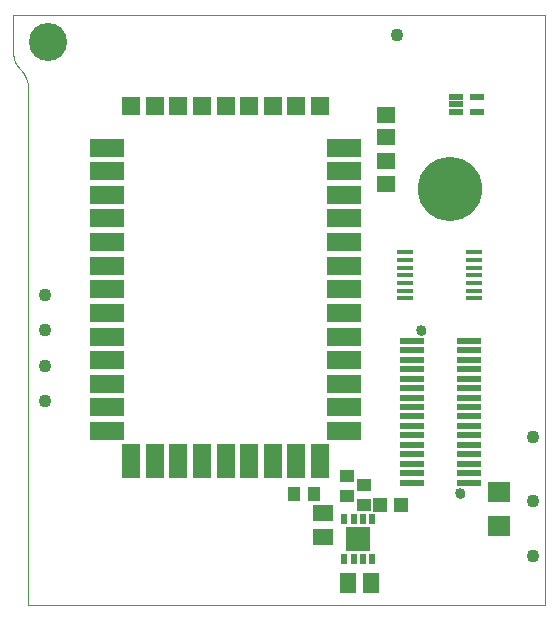
<source format=gts>
G75*
%MOIN*%
%OFA0B0*%
%FSLAX25Y25*%
%IPPOS*%
%LPD*%
%AMOC8*
5,1,8,0,0,1.08239X$1,22.5*
%
%ADD10C,0.00000*%
%ADD11R,0.05912X0.11424*%
%ADD12R,0.11424X0.05912*%
%ADD13R,0.05912X0.05912*%
%ADD14R,0.08274X0.02369*%
%ADD15C,0.03353*%
%ADD16R,0.07498X0.06699*%
%ADD17R,0.06306X0.05518*%
%ADD18C,0.21400*%
%ADD19C,0.12668*%
%ADD20R,0.02000X0.03400*%
%ADD21R,0.07900X0.07900*%
%ADD22R,0.05518X0.06699*%
%ADD23R,0.04534X0.04652*%
%ADD24R,0.06699X0.05518*%
%ADD25R,0.04731X0.04337*%
%ADD26R,0.05361X0.01817*%
%ADD27C,0.04337*%
%ADD28R,0.04337X0.04731*%
%ADD29R,0.05124X0.01975*%
D10*
X0006083Y0042283D02*
X0006083Y0214207D01*
X0006080Y0214441D01*
X0006072Y0214675D01*
X0006058Y0214909D01*
X0006038Y0215143D01*
X0006013Y0215376D01*
X0005983Y0215608D01*
X0005947Y0215839D01*
X0005905Y0216070D01*
X0005858Y0216299D01*
X0005806Y0216528D01*
X0005748Y0216755D01*
X0005684Y0216980D01*
X0005616Y0217204D01*
X0005542Y0217426D01*
X0005462Y0217647D01*
X0005378Y0217865D01*
X0005288Y0218082D01*
X0005194Y0218296D01*
X0005094Y0218508D01*
X0004989Y0218717D01*
X0004879Y0218924D01*
X0004764Y0219129D01*
X0004645Y0219330D01*
X0004520Y0219529D01*
X0004391Y0219724D01*
X0004258Y0219917D01*
X0004120Y0220106D01*
X0003977Y0220292D01*
X0003830Y0220474D01*
X0003679Y0220653D01*
X0003523Y0220828D01*
X0003364Y0220999D01*
X0003200Y0221167D01*
X0001083Y0226278D02*
X0001083Y0239134D01*
X0178248Y0239134D01*
X0178248Y0042283D01*
X0006083Y0042283D01*
X0135496Y0133957D02*
X0135498Y0134034D01*
X0135504Y0134110D01*
X0135514Y0134186D01*
X0135528Y0134261D01*
X0135545Y0134336D01*
X0135567Y0134409D01*
X0135592Y0134482D01*
X0135622Y0134553D01*
X0135654Y0134622D01*
X0135691Y0134689D01*
X0135730Y0134755D01*
X0135773Y0134818D01*
X0135820Y0134879D01*
X0135869Y0134938D01*
X0135922Y0134994D01*
X0135977Y0135047D01*
X0136035Y0135097D01*
X0136095Y0135144D01*
X0136158Y0135188D01*
X0136223Y0135229D01*
X0136290Y0135266D01*
X0136359Y0135300D01*
X0136429Y0135330D01*
X0136501Y0135356D01*
X0136575Y0135378D01*
X0136649Y0135397D01*
X0136724Y0135412D01*
X0136800Y0135423D01*
X0136876Y0135430D01*
X0136953Y0135433D01*
X0137029Y0135432D01*
X0137106Y0135427D01*
X0137182Y0135418D01*
X0137258Y0135405D01*
X0137332Y0135388D01*
X0137406Y0135368D01*
X0137479Y0135343D01*
X0137550Y0135315D01*
X0137620Y0135283D01*
X0137688Y0135248D01*
X0137754Y0135209D01*
X0137818Y0135167D01*
X0137879Y0135121D01*
X0137939Y0135072D01*
X0137995Y0135021D01*
X0138049Y0134966D01*
X0138100Y0134909D01*
X0138148Y0134849D01*
X0138193Y0134787D01*
X0138234Y0134722D01*
X0138272Y0134656D01*
X0138307Y0134588D01*
X0138337Y0134517D01*
X0138365Y0134446D01*
X0138388Y0134373D01*
X0138408Y0134299D01*
X0138424Y0134224D01*
X0138436Y0134148D01*
X0138444Y0134072D01*
X0138448Y0133995D01*
X0138448Y0133919D01*
X0138444Y0133842D01*
X0138436Y0133766D01*
X0138424Y0133690D01*
X0138408Y0133615D01*
X0138388Y0133541D01*
X0138365Y0133468D01*
X0138337Y0133397D01*
X0138307Y0133326D01*
X0138272Y0133258D01*
X0138234Y0133192D01*
X0138193Y0133127D01*
X0138148Y0133065D01*
X0138100Y0133005D01*
X0138049Y0132948D01*
X0137995Y0132893D01*
X0137939Y0132842D01*
X0137879Y0132793D01*
X0137818Y0132747D01*
X0137754Y0132705D01*
X0137688Y0132666D01*
X0137620Y0132631D01*
X0137550Y0132599D01*
X0137479Y0132571D01*
X0137406Y0132546D01*
X0137332Y0132526D01*
X0137258Y0132509D01*
X0137182Y0132496D01*
X0137106Y0132487D01*
X0137029Y0132482D01*
X0136953Y0132481D01*
X0136876Y0132484D01*
X0136800Y0132491D01*
X0136724Y0132502D01*
X0136649Y0132517D01*
X0136575Y0132536D01*
X0136501Y0132558D01*
X0136429Y0132584D01*
X0136359Y0132614D01*
X0136290Y0132648D01*
X0136223Y0132685D01*
X0136158Y0132726D01*
X0136095Y0132770D01*
X0136035Y0132817D01*
X0135977Y0132867D01*
X0135922Y0132920D01*
X0135869Y0132976D01*
X0135820Y0133035D01*
X0135773Y0133096D01*
X0135730Y0133159D01*
X0135691Y0133225D01*
X0135654Y0133292D01*
X0135622Y0133361D01*
X0135592Y0133432D01*
X0135567Y0133505D01*
X0135545Y0133578D01*
X0135528Y0133653D01*
X0135514Y0133728D01*
X0135504Y0133804D01*
X0135498Y0133880D01*
X0135496Y0133957D01*
X0148489Y0079626D02*
X0148491Y0079703D01*
X0148497Y0079779D01*
X0148507Y0079855D01*
X0148521Y0079930D01*
X0148538Y0080005D01*
X0148560Y0080078D01*
X0148585Y0080151D01*
X0148615Y0080222D01*
X0148647Y0080291D01*
X0148684Y0080358D01*
X0148723Y0080424D01*
X0148766Y0080487D01*
X0148813Y0080548D01*
X0148862Y0080607D01*
X0148915Y0080663D01*
X0148970Y0080716D01*
X0149028Y0080766D01*
X0149088Y0080813D01*
X0149151Y0080857D01*
X0149216Y0080898D01*
X0149283Y0080935D01*
X0149352Y0080969D01*
X0149422Y0080999D01*
X0149494Y0081025D01*
X0149568Y0081047D01*
X0149642Y0081066D01*
X0149717Y0081081D01*
X0149793Y0081092D01*
X0149869Y0081099D01*
X0149946Y0081102D01*
X0150022Y0081101D01*
X0150099Y0081096D01*
X0150175Y0081087D01*
X0150251Y0081074D01*
X0150325Y0081057D01*
X0150399Y0081037D01*
X0150472Y0081012D01*
X0150543Y0080984D01*
X0150613Y0080952D01*
X0150681Y0080917D01*
X0150747Y0080878D01*
X0150811Y0080836D01*
X0150872Y0080790D01*
X0150932Y0080741D01*
X0150988Y0080690D01*
X0151042Y0080635D01*
X0151093Y0080578D01*
X0151141Y0080518D01*
X0151186Y0080456D01*
X0151227Y0080391D01*
X0151265Y0080325D01*
X0151300Y0080257D01*
X0151330Y0080186D01*
X0151358Y0080115D01*
X0151381Y0080042D01*
X0151401Y0079968D01*
X0151417Y0079893D01*
X0151429Y0079817D01*
X0151437Y0079741D01*
X0151441Y0079664D01*
X0151441Y0079588D01*
X0151437Y0079511D01*
X0151429Y0079435D01*
X0151417Y0079359D01*
X0151401Y0079284D01*
X0151381Y0079210D01*
X0151358Y0079137D01*
X0151330Y0079066D01*
X0151300Y0078995D01*
X0151265Y0078927D01*
X0151227Y0078861D01*
X0151186Y0078796D01*
X0151141Y0078734D01*
X0151093Y0078674D01*
X0151042Y0078617D01*
X0150988Y0078562D01*
X0150932Y0078511D01*
X0150872Y0078462D01*
X0150811Y0078416D01*
X0150747Y0078374D01*
X0150681Y0078335D01*
X0150613Y0078300D01*
X0150543Y0078268D01*
X0150472Y0078240D01*
X0150399Y0078215D01*
X0150325Y0078195D01*
X0150251Y0078178D01*
X0150175Y0078165D01*
X0150099Y0078156D01*
X0150022Y0078151D01*
X0149946Y0078150D01*
X0149869Y0078153D01*
X0149793Y0078160D01*
X0149717Y0078171D01*
X0149642Y0078186D01*
X0149568Y0078205D01*
X0149494Y0078227D01*
X0149422Y0078253D01*
X0149352Y0078283D01*
X0149283Y0078317D01*
X0149216Y0078354D01*
X0149151Y0078395D01*
X0149088Y0078439D01*
X0149028Y0078486D01*
X0148970Y0078536D01*
X0148915Y0078589D01*
X0148862Y0078645D01*
X0148813Y0078704D01*
X0148766Y0078765D01*
X0148723Y0078828D01*
X0148684Y0078894D01*
X0148647Y0078961D01*
X0148615Y0079030D01*
X0148585Y0079101D01*
X0148560Y0079174D01*
X0148538Y0079247D01*
X0148521Y0079322D01*
X0148507Y0079397D01*
X0148497Y0079473D01*
X0148491Y0079549D01*
X0148489Y0079626D01*
X0003199Y0221166D02*
X0003075Y0221293D01*
X0002955Y0221423D01*
X0002837Y0221556D01*
X0002723Y0221692D01*
X0002612Y0221830D01*
X0002505Y0221972D01*
X0002401Y0222115D01*
X0002300Y0222262D01*
X0002204Y0222411D01*
X0002110Y0222562D01*
X0002021Y0222715D01*
X0001936Y0222870D01*
X0001854Y0223028D01*
X0001776Y0223187D01*
X0001702Y0223349D01*
X0001632Y0223512D01*
X0001566Y0223676D01*
X0001505Y0223843D01*
X0001447Y0224010D01*
X0001393Y0224180D01*
X0001344Y0224350D01*
X0001299Y0224521D01*
X0001258Y0224694D01*
X0001221Y0224868D01*
X0001188Y0225042D01*
X0001160Y0225217D01*
X0001136Y0225393D01*
X0001117Y0225569D01*
X0001102Y0225746D01*
X0001091Y0225923D01*
X0001084Y0226101D01*
X0001082Y0226278D01*
D11*
X0040343Y0090512D03*
X0048217Y0090512D03*
X0056091Y0090512D03*
X0063965Y0090512D03*
X0071839Y0090512D03*
X0079713Y0090512D03*
X0087587Y0090512D03*
X0095461Y0090512D03*
X0103335Y0090512D03*
D12*
X0111209Y0100354D03*
X0111209Y0108228D03*
X0111209Y0116102D03*
X0111209Y0123976D03*
X0111209Y0131850D03*
X0111209Y0139724D03*
X0111209Y0147598D03*
X0111209Y0155472D03*
X0111209Y0163346D03*
X0111209Y0171220D03*
X0111209Y0179095D03*
X0111209Y0186969D03*
X0111209Y0194843D03*
X0032469Y0194843D03*
X0032469Y0186969D03*
X0032469Y0179095D03*
X0032469Y0171220D03*
X0032469Y0163346D03*
X0032469Y0155472D03*
X0032469Y0147598D03*
X0032469Y0139724D03*
X0032469Y0131850D03*
X0032469Y0123976D03*
X0032469Y0116102D03*
X0032469Y0108228D03*
X0032469Y0100354D03*
D13*
X0040343Y0208622D03*
X0048217Y0208622D03*
X0056091Y0208622D03*
X0063965Y0208622D03*
X0071839Y0208622D03*
X0079713Y0208622D03*
X0087587Y0208622D03*
X0095461Y0208622D03*
X0103335Y0208622D03*
D14*
X0134020Y0130413D03*
X0134020Y0127264D03*
X0134020Y0124114D03*
X0134020Y0120965D03*
X0134020Y0117815D03*
X0134020Y0114665D03*
X0134020Y0111516D03*
X0134020Y0108366D03*
X0134020Y0105217D03*
X0134020Y0102067D03*
X0134020Y0098917D03*
X0134020Y0095768D03*
X0134020Y0092618D03*
X0134020Y0089469D03*
X0134020Y0086319D03*
X0134020Y0083169D03*
X0152917Y0083169D03*
X0152917Y0086319D03*
X0152917Y0089469D03*
X0152917Y0092618D03*
X0152917Y0095768D03*
X0152917Y0098917D03*
X0152917Y0102067D03*
X0152917Y0105217D03*
X0152917Y0108366D03*
X0152917Y0111516D03*
X0152917Y0114665D03*
X0152917Y0117815D03*
X0152917Y0120965D03*
X0152917Y0124114D03*
X0152917Y0127264D03*
X0152917Y0130413D03*
D15*
X0136972Y0133957D03*
X0149965Y0079626D03*
D16*
X0163083Y0079882D03*
X0163083Y0068685D03*
D17*
X0125483Y0182743D03*
X0125483Y0190224D03*
X0125483Y0198343D03*
X0125483Y0205824D03*
D18*
X0146618Y0181004D03*
D19*
X0012500Y0230020D03*
D20*
X0111358Y0070887D03*
X0114508Y0070887D03*
X0117657Y0070887D03*
X0120807Y0070887D03*
X0120807Y0057680D03*
X0117657Y0057680D03*
X0114508Y0057680D03*
X0111358Y0057680D03*
D21*
X0116083Y0064283D03*
D22*
X0112546Y0049583D03*
X0120420Y0049583D03*
D23*
X0123438Y0075683D03*
X0130328Y0075683D03*
D24*
X0104483Y0073020D03*
X0104483Y0065146D03*
D25*
X0112283Y0078737D03*
X0117883Y0075737D03*
X0117883Y0082430D03*
X0112283Y0085430D03*
D26*
X0131665Y0144606D03*
X0131665Y0147165D03*
X0131665Y0149724D03*
X0131665Y0152283D03*
X0131665Y0154843D03*
X0131665Y0157402D03*
X0131665Y0159961D03*
X0154500Y0159961D03*
X0154500Y0157402D03*
X0154500Y0154843D03*
X0154500Y0152283D03*
X0154500Y0149724D03*
X0154500Y0147165D03*
X0154500Y0144606D03*
D27*
X0174311Y0098283D03*
X0174311Y0076883D03*
X0174311Y0058683D03*
X0129083Y0232283D03*
X0011713Y0145783D03*
X0011713Y0133972D03*
X0011713Y0122161D03*
X0011713Y0110350D03*
D28*
X0094736Y0079283D03*
X0101429Y0079283D03*
D29*
X0148539Y0206724D03*
X0148539Y0209283D03*
X0148539Y0211843D03*
X0155626Y0211843D03*
X0155626Y0206724D03*
M02*

</source>
